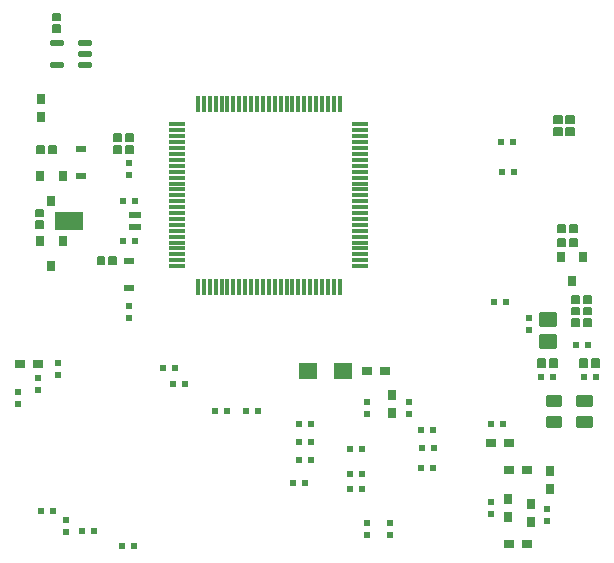
<source format=gbp>
G75*
G70*
%OFA0B0*%
%FSLAX24Y24*%
%IPPOS*%
%LPD*%
%AMOC8*
5,1,8,0,0,1.08239X$1,22.5*
%
%ADD10R,0.0354X0.0315*%
%ADD11R,0.0236X0.0236*%
%ADD12R,0.0581X0.0118*%
%ADD13R,0.0118X0.0581*%
%ADD14R,0.0433X0.0236*%
%ADD15R,0.0945X0.0591*%
%ADD16R,0.0315X0.0354*%
%ADD17R,0.0630X0.0551*%
%ADD18C,0.0100*%
%ADD19C,0.0055*%
%ADD20R,0.0327X0.0248*%
%ADD21C,0.0108*%
%ADD22C,0.0098*%
D10*
X001743Y007922D03*
X002343Y007922D03*
X013318Y007686D03*
X013918Y007686D03*
X017452Y005285D03*
X018052Y005285D03*
X018043Y004379D03*
X018643Y004379D03*
X018643Y001938D03*
X018043Y001938D03*
D11*
X002434Y003040D03*
X002834Y003040D03*
X003264Y002729D03*
X003264Y002329D03*
X003812Y002351D03*
X004212Y002351D03*
X005150Y001859D03*
X005550Y001859D03*
X008261Y006348D03*
X008661Y006348D03*
X009284Y006348D03*
X009684Y006348D03*
X011056Y005914D03*
X011456Y005914D03*
X011456Y005324D03*
X011056Y005324D03*
X011056Y004733D03*
X011456Y004733D03*
X011259Y003946D03*
X010859Y003946D03*
X012749Y003749D03*
X013149Y003749D03*
X013149Y004261D03*
X012749Y004261D03*
X012749Y005088D03*
X013149Y005088D03*
X013303Y006266D03*
X013303Y006666D03*
X014721Y006666D03*
X014721Y006266D03*
X015111Y005718D03*
X015511Y005718D03*
X015550Y005127D03*
X015150Y005127D03*
X015111Y004458D03*
X015511Y004458D03*
X017437Y003319D03*
X017437Y002919D03*
X019327Y003083D03*
X019327Y002683D03*
X017834Y005914D03*
X017434Y005914D03*
X019127Y007489D03*
X019527Y007489D03*
X020548Y007489D03*
X020948Y007489D03*
X020669Y008552D03*
X020269Y008552D03*
X018697Y009061D03*
X018697Y009461D03*
X017952Y010009D03*
X017552Y010009D03*
X017828Y014340D03*
X018228Y014340D03*
X018188Y015324D03*
X017788Y015324D03*
X007243Y007253D03*
X006843Y007253D03*
X006928Y007804D03*
X006528Y007804D03*
X005390Y009455D03*
X005390Y009855D03*
X005590Y012017D03*
X005190Y012017D03*
X005190Y013355D03*
X005590Y013355D03*
X005390Y014218D03*
X005390Y014618D03*
X003028Y007965D03*
X003028Y007565D03*
X002358Y007453D03*
X002358Y007053D03*
X001689Y006981D03*
X001689Y006581D03*
X013303Y002611D03*
X013303Y002211D03*
X014091Y002211D03*
X014091Y002611D03*
D12*
X013086Y011186D03*
X013086Y011383D03*
X013086Y011580D03*
X013086Y011777D03*
X013086Y011974D03*
X013086Y012170D03*
X013086Y012367D03*
X013086Y012564D03*
X013086Y012761D03*
X013086Y012958D03*
X013086Y013155D03*
X013086Y013351D03*
X013086Y013548D03*
X013086Y013745D03*
X013086Y013942D03*
X013086Y014139D03*
X013086Y014336D03*
X013086Y014533D03*
X013086Y014729D03*
X013086Y014926D03*
X013086Y015123D03*
X013086Y015320D03*
X013086Y015517D03*
X013086Y015714D03*
X013086Y015911D03*
X006993Y015911D03*
X006993Y015714D03*
X006993Y015517D03*
X006993Y015320D03*
X006993Y015123D03*
X006993Y014926D03*
X006993Y014729D03*
X006993Y014533D03*
X006993Y014336D03*
X006993Y014139D03*
X006993Y013942D03*
X006993Y013745D03*
X006993Y013548D03*
X006993Y013351D03*
X006993Y013155D03*
X006993Y012958D03*
X006993Y012761D03*
X006993Y012564D03*
X006993Y012367D03*
X006993Y012170D03*
X006993Y011974D03*
X006993Y011777D03*
X006993Y011580D03*
X006993Y011383D03*
X006993Y011186D03*
D13*
X007677Y010502D03*
X007874Y010502D03*
X008071Y010502D03*
X008268Y010502D03*
X008465Y010502D03*
X008661Y010502D03*
X008858Y010502D03*
X009055Y010502D03*
X009252Y010502D03*
X009449Y010502D03*
X009646Y010502D03*
X009843Y010502D03*
X010039Y010502D03*
X010236Y010502D03*
X010433Y010502D03*
X010630Y010502D03*
X010827Y010502D03*
X011024Y010502D03*
X011221Y010502D03*
X011417Y010502D03*
X011614Y010502D03*
X011811Y010502D03*
X012008Y010502D03*
X012205Y010502D03*
X012402Y010502D03*
X012402Y016595D03*
X012205Y016595D03*
X012008Y016595D03*
X011811Y016595D03*
X011614Y016595D03*
X011417Y016595D03*
X011221Y016595D03*
X011024Y016595D03*
X010827Y016595D03*
X010630Y016595D03*
X010433Y016595D03*
X010236Y016595D03*
X010039Y016595D03*
X009843Y016595D03*
X009646Y016595D03*
X009449Y016595D03*
X009252Y016595D03*
X009055Y016595D03*
X008858Y016595D03*
X008661Y016595D03*
X008465Y016595D03*
X008268Y016595D03*
X008071Y016595D03*
X007874Y016595D03*
X007677Y016595D03*
D14*
X005587Y012883D03*
X005587Y012489D03*
D15*
X003362Y012686D03*
D16*
X003165Y012017D03*
X002417Y012017D03*
X002791Y011190D03*
X002791Y013355D03*
X002417Y014182D03*
X003165Y014182D03*
X002437Y016166D03*
X002437Y016766D03*
X014130Y006884D03*
X014130Y006284D03*
X018028Y003419D03*
X018028Y002819D03*
X018776Y002662D03*
X018776Y003262D03*
X019406Y003764D03*
X019406Y004364D03*
X020154Y010678D03*
X020528Y011505D03*
X019780Y011505D03*
D17*
X012516Y007686D03*
X011335Y007686D03*
D18*
X019749Y006848D02*
X019749Y006548D01*
X019299Y006548D01*
X019299Y006848D01*
X019749Y006848D01*
X019749Y006647D02*
X019299Y006647D01*
X019299Y006746D02*
X019749Y006746D01*
X019749Y006845D02*
X019299Y006845D01*
X019749Y006148D02*
X019749Y005848D01*
X019299Y005848D01*
X019299Y006148D01*
X019749Y006148D01*
X019749Y005947D02*
X019299Y005947D01*
X019299Y006046D02*
X019749Y006046D01*
X019749Y006145D02*
X019299Y006145D01*
X020772Y006148D02*
X020772Y005848D01*
X020322Y005848D01*
X020322Y006148D01*
X020772Y006148D01*
X020772Y005947D02*
X020322Y005947D01*
X020322Y006046D02*
X020772Y006046D01*
X020772Y006145D02*
X020322Y006145D01*
X020772Y006548D02*
X020772Y006848D01*
X020772Y006548D02*
X020322Y006548D01*
X020322Y006848D01*
X020772Y006848D01*
X020772Y006647D02*
X020322Y006647D01*
X020322Y006746D02*
X020772Y006746D01*
X020772Y006845D02*
X020322Y006845D01*
D19*
X020650Y007838D02*
X020650Y008078D01*
X020650Y007838D02*
X020428Y007838D01*
X020428Y008078D01*
X020650Y008078D01*
X020650Y007892D02*
X020428Y007892D01*
X020428Y007946D02*
X020650Y007946D01*
X020650Y008000D02*
X020428Y008000D01*
X020428Y008054D02*
X020650Y008054D01*
X021044Y008078D02*
X021044Y007838D01*
X020822Y007838D01*
X020822Y008078D01*
X021044Y008078D01*
X021044Y007892D02*
X020822Y007892D01*
X020822Y007946D02*
X021044Y007946D01*
X021044Y008000D02*
X020822Y008000D01*
X020822Y008054D02*
X021044Y008054D01*
X020785Y009411D02*
X020545Y009411D01*
X020785Y009411D02*
X020785Y009189D01*
X020545Y009189D01*
X020545Y009411D01*
X020545Y009243D02*
X020785Y009243D01*
X020785Y009297D02*
X020545Y009297D01*
X020545Y009351D02*
X020785Y009351D01*
X020785Y009405D02*
X020545Y009405D01*
X020392Y009189D02*
X020152Y009189D01*
X020152Y009411D01*
X020392Y009411D01*
X020392Y009189D01*
X020392Y009243D02*
X020152Y009243D01*
X020152Y009297D02*
X020392Y009297D01*
X020392Y009351D02*
X020152Y009351D01*
X020152Y009405D02*
X020392Y009405D01*
X020392Y009583D02*
X020152Y009583D01*
X020152Y009805D01*
X020392Y009805D01*
X020392Y009583D01*
X020392Y009637D02*
X020152Y009637D01*
X020152Y009691D02*
X020392Y009691D01*
X020392Y009745D02*
X020152Y009745D01*
X020152Y009799D02*
X020392Y009799D01*
X020545Y009805D02*
X020785Y009805D01*
X020785Y009583D01*
X020545Y009583D01*
X020545Y009805D01*
X020545Y009637D02*
X020785Y009637D01*
X020785Y009691D02*
X020545Y009691D01*
X020545Y009745D02*
X020785Y009745D01*
X020785Y009799D02*
X020545Y009799D01*
X020554Y009968D02*
X020554Y010208D01*
X020776Y010208D01*
X020776Y009968D01*
X020554Y009968D01*
X020554Y010022D02*
X020776Y010022D01*
X020776Y010076D02*
X020554Y010076D01*
X020554Y010130D02*
X020776Y010130D01*
X020776Y010184D02*
X020554Y010184D01*
X020161Y010208D02*
X020161Y009968D01*
X020161Y010208D02*
X020383Y010208D01*
X020383Y009968D01*
X020161Y009968D01*
X020161Y010022D02*
X020383Y010022D01*
X020383Y010076D02*
X020161Y010076D01*
X020161Y010130D02*
X020383Y010130D01*
X020383Y010184D02*
X020161Y010184D01*
X020304Y011857D02*
X020304Y012097D01*
X020304Y011857D02*
X020082Y011857D01*
X020082Y012097D01*
X020304Y012097D01*
X020304Y011911D02*
X020082Y011911D01*
X020082Y011965D02*
X020304Y011965D01*
X020304Y012019D02*
X020082Y012019D01*
X020082Y012073D02*
X020304Y012073D01*
X020082Y012330D02*
X020082Y012570D01*
X020304Y012570D01*
X020304Y012330D01*
X020082Y012330D01*
X020082Y012384D02*
X020304Y012384D01*
X020304Y012438D02*
X020082Y012438D01*
X020082Y012492D02*
X020304Y012492D01*
X020304Y012546D02*
X020082Y012546D01*
X019688Y012570D02*
X019688Y012330D01*
X019688Y012570D02*
X019910Y012570D01*
X019910Y012330D01*
X019688Y012330D01*
X019688Y012384D02*
X019910Y012384D01*
X019910Y012438D02*
X019688Y012438D01*
X019688Y012492D02*
X019910Y012492D01*
X019910Y012546D02*
X019688Y012546D01*
X019910Y012097D02*
X019910Y011857D01*
X019688Y011857D01*
X019688Y012097D01*
X019910Y012097D01*
X019910Y011911D02*
X019688Y011911D01*
X019688Y011965D02*
X019910Y011965D01*
X019910Y012019D02*
X019688Y012019D01*
X019688Y012073D02*
X019910Y012073D01*
X019955Y015789D02*
X020195Y015789D01*
X020195Y015567D01*
X019955Y015567D01*
X019955Y015789D01*
X019955Y015621D02*
X020195Y015621D01*
X020195Y015675D02*
X019955Y015675D01*
X019955Y015729D02*
X020195Y015729D01*
X020195Y015783D02*
X019955Y015783D01*
X019801Y015789D02*
X019561Y015789D01*
X019801Y015789D02*
X019801Y015567D01*
X019561Y015567D01*
X019561Y015789D01*
X019561Y015621D02*
X019801Y015621D01*
X019801Y015675D02*
X019561Y015675D01*
X019561Y015729D02*
X019801Y015729D01*
X019801Y015783D02*
X019561Y015783D01*
X019561Y016183D02*
X019801Y016183D01*
X019801Y015961D01*
X019561Y015961D01*
X019561Y016183D01*
X019561Y016015D02*
X019801Y016015D01*
X019801Y016069D02*
X019561Y016069D01*
X019561Y016123D02*
X019801Y016123D01*
X019801Y016177D02*
X019561Y016177D01*
X019955Y016183D02*
X020195Y016183D01*
X020195Y015961D01*
X019955Y015961D01*
X019955Y016183D01*
X019955Y016015D02*
X020195Y016015D01*
X020195Y016069D02*
X019955Y016069D01*
X019955Y016123D02*
X020195Y016123D01*
X020195Y016177D02*
X019955Y016177D01*
X019635Y008082D02*
X019635Y007842D01*
X019413Y007842D01*
X019413Y008082D01*
X019635Y008082D01*
X019635Y007896D02*
X019413Y007896D01*
X019413Y007950D02*
X019635Y007950D01*
X019635Y008004D02*
X019413Y008004D01*
X019413Y008058D02*
X019635Y008058D01*
X019241Y008082D02*
X019241Y007842D01*
X019019Y007842D01*
X019019Y008082D01*
X019241Y008082D01*
X019241Y007896D02*
X019019Y007896D01*
X019019Y007950D02*
X019241Y007950D01*
X019241Y008004D02*
X019019Y008004D01*
X019019Y008058D02*
X019241Y008058D01*
X005279Y014968D02*
X005279Y015208D01*
X005501Y015208D01*
X005501Y014968D01*
X005279Y014968D01*
X005279Y015022D02*
X005501Y015022D01*
X005501Y015076D02*
X005279Y015076D01*
X005279Y015130D02*
X005501Y015130D01*
X005501Y015184D02*
X005279Y015184D01*
X005501Y015361D02*
X005501Y015601D01*
X005501Y015361D02*
X005279Y015361D01*
X005279Y015601D01*
X005501Y015601D01*
X005501Y015415D02*
X005279Y015415D01*
X005279Y015469D02*
X005501Y015469D01*
X005501Y015523D02*
X005279Y015523D01*
X005279Y015577D02*
X005501Y015577D01*
X005107Y015601D02*
X005107Y015361D01*
X004885Y015361D01*
X004885Y015601D01*
X005107Y015601D01*
X005107Y015415D02*
X004885Y015415D01*
X004885Y015469D02*
X005107Y015469D01*
X005107Y015523D02*
X004885Y015523D01*
X004885Y015577D02*
X005107Y015577D01*
X004885Y015208D02*
X004885Y014968D01*
X004885Y015208D02*
X005107Y015208D01*
X005107Y014968D01*
X004885Y014968D01*
X004885Y015022D02*
X005107Y015022D01*
X005107Y015076D02*
X004885Y015076D01*
X004885Y015130D02*
X005107Y015130D01*
X005107Y015184D02*
X004885Y015184D01*
X002720Y015208D02*
X002720Y014968D01*
X002720Y015208D02*
X002942Y015208D01*
X002942Y014968D01*
X002720Y014968D01*
X002720Y015022D02*
X002942Y015022D01*
X002942Y015076D02*
X002720Y015076D01*
X002720Y015130D02*
X002942Y015130D01*
X002942Y015184D02*
X002720Y015184D01*
X002326Y015208D02*
X002326Y014968D01*
X002326Y015208D02*
X002548Y015208D01*
X002548Y014968D01*
X002326Y014968D01*
X002326Y015022D02*
X002548Y015022D01*
X002548Y015076D02*
X002326Y015076D01*
X002326Y015130D02*
X002548Y015130D01*
X002548Y015184D02*
X002326Y015184D01*
X002278Y013073D02*
X002518Y013073D01*
X002518Y012851D01*
X002278Y012851D01*
X002278Y013073D01*
X002278Y012905D02*
X002518Y012905D01*
X002518Y012959D02*
X002278Y012959D01*
X002278Y013013D02*
X002518Y013013D01*
X002518Y013067D02*
X002278Y013067D01*
X002278Y012679D02*
X002518Y012679D01*
X002518Y012457D01*
X002278Y012457D01*
X002278Y012679D01*
X002278Y012511D02*
X002518Y012511D01*
X002518Y012565D02*
X002278Y012565D01*
X002278Y012619D02*
X002518Y012619D01*
X002518Y012673D02*
X002278Y012673D01*
X004334Y011507D02*
X004334Y011267D01*
X004334Y011507D02*
X004556Y011507D01*
X004556Y011267D01*
X004334Y011267D01*
X004334Y011321D02*
X004556Y011321D01*
X004556Y011375D02*
X004334Y011375D01*
X004334Y011429D02*
X004556Y011429D01*
X004556Y011483D02*
X004334Y011483D01*
X004728Y011507D02*
X004728Y011267D01*
X004728Y011507D02*
X004950Y011507D01*
X004950Y011267D01*
X004728Y011267D01*
X004728Y011321D02*
X004950Y011321D01*
X004950Y011375D02*
X004728Y011375D01*
X004728Y011429D02*
X004950Y011429D01*
X004950Y011483D02*
X004728Y011483D01*
X003069Y018992D02*
X002829Y018992D01*
X002829Y019214D01*
X003069Y019214D01*
X003069Y018992D01*
X003069Y019046D02*
X002829Y019046D01*
X002829Y019100D02*
X003069Y019100D01*
X003069Y019154D02*
X002829Y019154D01*
X002829Y019208D02*
X003069Y019208D01*
X003069Y019386D02*
X002829Y019386D01*
X002829Y019608D01*
X003069Y019608D01*
X003069Y019386D01*
X003069Y019440D02*
X002829Y019440D01*
X002829Y019494D02*
X003069Y019494D01*
X003069Y019548D02*
X002829Y019548D01*
X002829Y019602D02*
X003069Y019602D01*
D20*
X003776Y015107D03*
X003776Y014202D03*
X005390Y011367D03*
X005390Y010462D03*
D21*
X004078Y017957D02*
X003698Y017957D01*
X004078Y017957D02*
X004078Y017849D01*
X003698Y017849D01*
X003698Y017957D01*
X003698Y017956D02*
X004078Y017956D01*
X004078Y018331D02*
X003698Y018331D01*
X004078Y018331D02*
X004078Y018223D01*
X003698Y018223D01*
X003698Y018331D01*
X003698Y018330D02*
X004078Y018330D01*
X004078Y018705D02*
X003698Y018705D01*
X004078Y018705D02*
X004078Y018597D01*
X003698Y018597D01*
X003698Y018705D01*
X003698Y018704D02*
X004078Y018704D01*
X003145Y018597D02*
X002765Y018597D01*
X002765Y018705D01*
X003145Y018705D01*
X003145Y018597D01*
X003145Y018704D02*
X002765Y018704D01*
X002765Y017849D02*
X003145Y017849D01*
X002765Y017849D02*
X002765Y017957D01*
X003145Y017957D01*
X003145Y017849D01*
X003145Y017956D02*
X002765Y017956D01*
D22*
X019081Y009635D02*
X019573Y009635D01*
X019573Y009241D01*
X019081Y009241D01*
X019081Y009635D01*
X019081Y009338D02*
X019573Y009338D01*
X019573Y009435D02*
X019081Y009435D01*
X019081Y009532D02*
X019573Y009532D01*
X019573Y009629D02*
X019081Y009629D01*
X019081Y008887D02*
X019573Y008887D01*
X019573Y008493D01*
X019081Y008493D01*
X019081Y008887D01*
X019081Y008590D02*
X019573Y008590D01*
X019573Y008687D02*
X019081Y008687D01*
X019081Y008784D02*
X019573Y008784D01*
X019573Y008881D02*
X019081Y008881D01*
M02*

</source>
